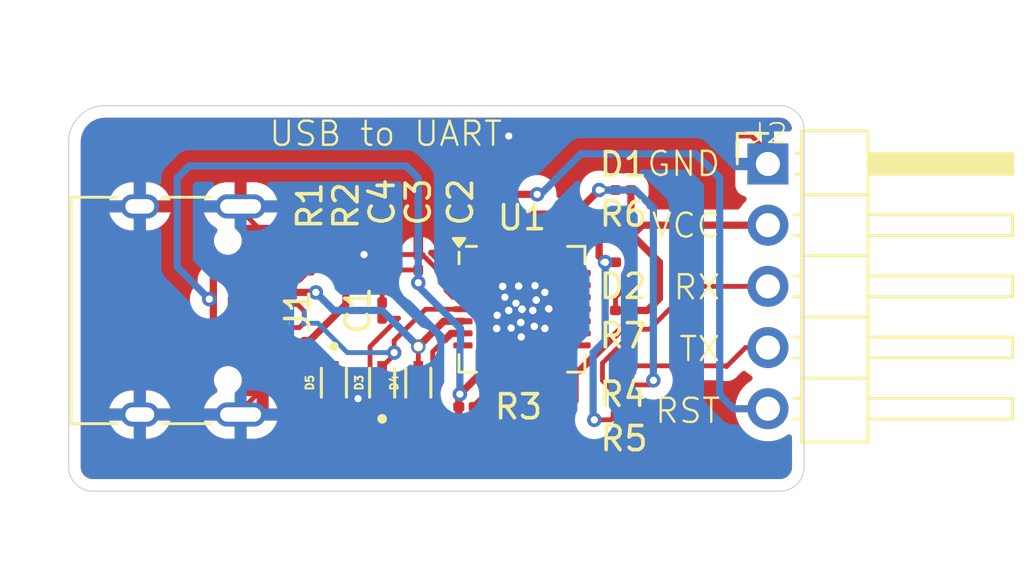
<source format=kicad_pcb>
(kicad_pcb (version 20241229) (generator "pcbnew") (generator_version "9.0")
  (layers (0 "F.Cu" signal) (2 "B.Cu" signal) (13 "F.Paste" user) (15 "B.Paste" user) (5 "F.SilkS" user "F.Silkscreen") (7 "B.SilkS" user "B.Silkscreen") (1 "F.Mask" user) (3 "B.Mask" user) (25 "Edge.Cuts" user))
  (net 0 "")
  (net 1 "GND")
  (net 2 "Net-(U1-VDD)")
  (net 3 "Net-(U1-~{DTR})")
  (net 4 "/RST")
  (net 5 "/VBUS")
  (net 6 "Net-(D1-A)")
  (net 7 "Net-(D1-K)")
  (net 8 "Net-(D2-K)")
  (net 9 "Net-(D2-A)")
  (net 10 "/D+")
  (net 11 "/D-")
  (net 13 "Net-(J1-CC1)")
  (net 15 "Net-(J1-CC2)")
  (net 16 "/TX")
  (net 17 "/RX")
  (net 18 "Net-(U1-~{RST})")
  (footprint "Resistor_SMD:R_0201_0603Metric" (layer "F.Cu") (at 126 97.5 180)
    (property "Reference" "R7" (at 0 -1.05 0) (layer "F.SilkS"))
    (property "Value" "1K")
    (pad "1" smd roundrect (at -0.32 0 180) (size 0.46 0.4) (layers "F.Cu" "F.Mask") (net 5 "/VBUS"))
    (pad "2" smd roundrect (at 0.32 0 180) (size 0.46 0.4) (layers "F.Cu" "F.Mask") (net 9 "Net-(D2-A)"))
  )
  (footprint "LED_SMD:LED_0201_0603Metric" (layer "F.Cu") (at 126 95.5)
    (property "Reference" "D2" (at 0 1 0) (layer "F.SilkS"))
    (property "Value" "LED")
    (fp_circle (center -0.86 0) (end -0.81 0) (stroke (width 0.1)) (fill no) (layer "F.SilkS"))
    (pad "1" smd roundrect (at -0.32 0) (size 0.46 0.4) (layers "F.Cu" "F.Mask") (net 8 "Net-(D2-K)"))
    (pad "2" smd roundrect (at 0.32 0) (size 0.46 0.4) (layers "F.Cu" "F.Mask") (net 9 "Net-(D2-A)"))
  )
  (footprint "Capacitor_SMD:C_0201_0603Metric" (layer "F.Cu") (at 116 97.5 -90)
    (property "Reference" "C1" (at 0 1 90) (layer "F.SilkS"))
    (property "Value" "100nF")
    (pad "1" smd roundrect (at -0.32 0 270) (size 0.46 0.4) (layers "F.Cu" "F.Mask") (net 1 "GND"))
    (pad "2" smd roundrect (at 0.32 0 270) (size 0.46 0.4) (layers "F.Cu" "F.Mask") (net 2 "Net-(U1-VDD)"))
  )
  (footprint "Resistor_SMD:R_0201_0603Metric" (layer "F.Cu") (at 113 95.5 90)
    (property "Reference" "R1" (at 2.345 0 90) (layer "F.SilkS"))
    (property "Value" "5.1K")
    (pad "1" smd roundrect (at -0.32 0 90) (size 0.46 0.4) (layers "F.Cu" "F.Mask") (net 13 "Net-(J1-CC1)"))
    (pad "2" smd roundrect (at 0.32 0 90) (size 0.46 0.4) (layers "F.Cu" "F.Mask") (net 1 "GND"))
  )
  (footprint "Resistor_SMD:R_0201_0603Metric" (layer "F.Cu") (at 126.03 101.82 180)
    (property "Reference" "R5" (at 0 -1 0) (layer "F.SilkS"))
    (property "Value" "1K")
    (pad "1" smd roundrect (at -0.32 0 180) (size 0.46 0.4) (layers "F.Cu" "F.Mask") (net 17 "/RX"))
    (pad "2" smd roundrect (at 0.32 0 180) (size 0.46 0.4) (layers "F.Cu" "F.Mask") (net 8 "Net-(D2-K)"))
  )
  (footprint "Resistor_SMD:R_0201_0603Metric" (layer "F.Cu") (at 125.99 99.98 180)
    (property "Reference" "R4" (at 0 -1 0) (layer "F.SilkS"))
    (property "Value" "1K")
    (pad "1" smd roundrect (at -0.32 0 180) (size 0.46 0.4) (layers "F.Cu" "F.Mask") (net 16 "/TX"))
    (pad "2" smd roundrect (at 0.32 0 180) (size 0.46 0.4) (layers "F.Cu" "F.Mask") (net 7 "Net-(D1-K)"))
  )
  (footprint "LESD5D5.0CT1G:TVS_LESD5D5.0CT1G" (layer "F.Cu") (at 117.5 100.5 -90)
    (property "Reference" "D4" (at 0 1 90) (layer "F.SilkS") (effects (font (size 0.32 0.32))))
    (property "Value" "LESD5D5.0CT1G")
    (fp_line (start 0.6 0.52) (end -0.6 0.52) (stroke (width 0.127)) (layer "F.SilkS"))
    (fp_line (start -0.6 -0.52) (end 0.6 -0.52) (stroke (width 0.127)) (layer "F.SilkS"))
    (fp_circle (center -1.5 0) (end -1.4 0) (stroke (width 0.2)) (fill no) (layer "F.SilkS"))
    (pad "1" smd rect (at -0.66 0 270) (size 0.48 0.4) (layers "F.Cu" "F.Mask" "F.Paste") (net 11 "/D-"))
    (pad "2" smd rect (at 0.66 0 270) (size 0.48 0.4) (layers "F.Cu" "F.Mask" "F.Paste") (net 1 "GND"))
  )
  (footprint "Capacitor_SMD:C_0201_0603Metric" (layer "F.Cu") (at 117.5 95.5 90)
    (property "Reference" "C3" (at 2.5 0 90) (layer "F.SilkS"))
    (property "Value" "100nF")
    (pad "1" smd roundrect (at -0.32 0 90) (size 0.46 0.4) (layers "F.Cu" "F.Mask") (net 5 "/VBUS"))
    (pad "2" smd roundrect (at 0.32 0 90) (size 0.46 0.4) (layers "F.Cu" "F.Mask") (net 1 "GND"))
  )
  (footprint "Package_DFN_QFN:QFN-28-1EP_5x5mm_P0.5mm_EP3.35x3.35mm" (layer "F.Cu") (at 121.8 97.45)
    (property "Reference" "U1" (at 0 -3.8 0) (layer "F.SilkS"))
    (property "Value" "CP2102N-Axx-xQFN28")
    (fp_line (start -2.61 -1.885) (end -2.61 -2.37) (stroke (width 0.12)) (layer "F.SilkS"))
    (fp_line (start -2.61 2.61) (end -2.61 1.885) (stroke (width 0.12)) (layer "F.SilkS"))
    (fp_line (start -1.885 -2.61) (end -2.31 -2.61) (stroke (width 0.12)) (layer "F.SilkS"))
    (fp_line (start -1.885 2.61) (end -2.61 2.61) (stroke (width 0.12)) (layer "F.SilkS"))
    (fp_line (start 1.885 -2.61) (end 2.61 -2.61) (stroke (width 0.12)) (layer "F.SilkS"))
    (fp_line (start 1.885 2.61) (end 2.61 2.61) (stroke (width 0.12)) (layer "F.SilkS"))
    (fp_line (start 2.61 -2.61) (end 2.61 -1.885) (stroke (width 0.12)) (layer "F.SilkS"))
    (fp_line (start 2.61 2.61) (end 2.61 1.885) (stroke (width 0.12)) (layer "F.SilkS"))
    (fp_poly (pts (xy -2.61 -2.61) (xy -2.85 -2.94) (xy -2.37 -2.94)) (stroke (width 0.12)) (fill yes) (layer "F.SilkS"))
    (pad "1" smd roundrect (at -2.45 -1.5) (size 0.8 0.25) (layers "F.Cu" "F.Mask" "F.Paste"))
    (pad "2" smd roundrect (at -2.45 -1) (size 0.8 0.25) (layers "F.Cu" "F.Mask" "F.Paste"))
    (pad "3" smd roundrect (at -2.45 -0.5) (size 0.8 0.25) (layers "F.Cu" "F.Mask" "F.Paste") (net 1 "GND"))
    (pad "4" smd roundrect (at -2.45 0) (size 0.8 0.25) (layers "F.Cu" "F.Mask" "F.Paste") (net 10 "/D+"))
    (pad "5" smd roundrect (at -2.45 0.5) (size 0.8 0.25) (layers "F.Cu" "F.Mask" "F.Paste") (net 11 "/D-"))
    (pad "6" smd roundrect (at -2.45 1) (size 0.8 0.25) (layers "F.Cu" "F.Mask" "F.Paste") (net 2 "Net-(U1-VDD)"))
    (pad "7" smd roundrect (at -2.45 1.5) (size 0.8 0.25) (layers "F.Cu" "F.Mask" "F.Paste") (net 5 "/VBUS"))
    (pad "8" smd roundrect (at -1.5 2.45) (size 0.25 0.8) (layers "F.Cu" "F.Mask" "F.Paste") (net 5 "/VBUS"))
    (pad "9" smd roundrect (at -1 2.45) (size 0.25 0.8) (layers "F.Cu" "F.Mask" "F.Paste") (net 18 "Net-(U1-~{RST})"))
    (pad "10" smd roundrect (at -0.5 2.45) (size 0.25 0.8) (layers "F.Cu" "F.Mask" "F.Paste"))
    (pad "11" smd roundrect (at 0 2.45) (size 0.25 0.8) (layers "F.Cu" "F.Mask" "F.Paste"))
    (pad "12" smd roundrect (at 0.5 2.45) (size 0.25 0.8) (layers "F.Cu" "F.Mask" "F.Paste"))
    (pad "13" smd roundrect (at 1 2.45) (size 0.25 0.8) (layers "F.Cu" "F.Mask" "F.Paste"))
    (pad "14" smd roundrect (at 1.5 2.45) (size 0.25 0.8) (layers "F.Cu" "F.Mask" "F.Paste"))
    (pad "15" smd roundrect (at 2.45 1.5) (size 0.8 0.25) (layers "F.Cu" "F.Mask" "F.Paste"))
    (pad "16" smd roundrect (at 2.45 1) (size 0.8 0.25) (layers "F.Cu" "F.Mask" "F.Paste"))
    (pad "17" smd roundrect (at 2.45 0.5) (size 0.8 0.25) (layers "F.Cu" "F.Mask" "F.Paste"))
    (pad "18" smd roundrect (at 2.45 0) (size 0.8 0.25) (layers "F.Cu" "F.Mask" "F.Paste"))
    (pad "19" smd roundrect (at 2.45 -0.5) (size 0.8 0.25) (layers "F.Cu" "F.Mask" "F.Paste"))
    (pad "20" smd roundrect (at 2.45 -1) (size 0.8 0.25) (layers "F.Cu" "F.Mask" "F.Paste"))
    (pad "21" smd roundrect (at 2.45 -1.5) (size 0.8 0.25) (layers "F.Cu" "F.Mask" "F.Paste"))
    (pad "22" smd roundrect (at 1.5 -2.45) (size 0.25 0.8) (layers "F.Cu" "F.Mask" "F.Paste"))
    (pad "23" smd roundrect (at 1 -2.45) (size 0.25 0.8) (layers "F.Cu" "F.Mask" "F.Paste"))
    (pad "24" smd roundrect (at 0.5 -2.45) (size 0.25 0.8) (layers "F.Cu" "F.Mask" "F.Paste"))
    (pad "25" smd roundrect (at 0 -2.45) (size 0.25 0.8) (layers "F.Cu" "F.Mask" "F.Paste") (net 8 "Net-(D2-K)"))
    (pad "26" smd roundrect (at -0.5 -2.45) (size 0.25 0.8) (layers "F.Cu" "F.Mask" "F.Paste") (net 7 "Net-(D1-K)"))
    (pad "27" smd roundrect (at -1 -2.45) (size 0.25 0.8) (layers "F.Cu" "F.Mask" "F.Paste"))
    (pad "28" smd roundrect (at -1.5 -2.45) (size 0.25 0.8) (layers "F.Cu" "F.Mask" "F.Paste") (net 3 "Net-(U1-~{DTR})"))
    (pad "29" smd rect (at 0 0) (size 3.35 3.35) (property pad_prop_heatsink) (layers "F.Cu" "F.Mask") (net 1 "GND"))
  )
  (footprint "LED_SMD:LED_0201_0603Metric" (layer "F.Cu") (at 126 92.5)
    (property "Reference" "D1" (at 0 -1.05 0) (layer "F.SilkS"))
    (property "Value" "LED")
    (fp_circle (center -0.86 0) (end -0.81 0) (stroke (width 0.1)) (fill no) (layer "F.SilkS"))
    (pad "1" smd roundrect (at -0.32 0) (size 0.46 0.4) (layers "F.Cu" "F.Mask") (net 7 "Net-(D1-K)"))
    (pad "2" smd roundrect (at 0.32 0) (size 0.46 0.4) (layers "F.Cu" "F.Mask") (net 6 "Net-(D1-A)"))
  )
  (footprint "Resistor_SMD:R_0201_0603Metric" (layer "F.Cu") (at 119.5 101.5)
    (property "Reference" "R3" (at 2.155 0 0) (layer "F.SilkS"))
    (property "Value" "10K")
    (pad "1" smd roundrect (at -0.32 0) (size 0.46 0.4) (layers "F.Cu" "F.Mask") (net 5 "/VBUS"))
    (pad "2" smd roundrect (at 0.32 0) (size 0.46 0.4) (layers "F.Cu" "F.Mask") (net 18 "Net-(U1-~{RST})"))
  )
  (footprint "Resistor_SMD:R_0201_0603Metric" (layer "F.Cu") (at 114.5 95.5 90)
    (property "Reference" "R2" (at 2.345 0 90) (layer "F.SilkS"))
    (property "Value" "5.1K")
    (pad "1" smd roundrect (at -0.32 0 90) (size 0.46 0.4) (layers "F.Cu" "F.Mask") (net 15 "Net-(J1-CC2)"))
    (pad "2" smd roundrect (at 0.32 0 90) (size 0.46 0.4) (layers "F.Cu" "F.Mask") (net 1 "GND"))
  )
  (footprint "Capacitor_SMD:C_0201_0603Metric" (layer "F.Cu") (at 120.25 93 -90)
    (property "Reference" "C2" (at 0 1 90) (layer "F.SilkS"))
    (property "Value" "100nF")
    (pad "1" smd roundrect (at -0.32 0 270) (size 0.46 0.4) (layers "F.Cu" "F.Mask") (net 4 "/RST"))
    (pad "2" smd roundrect (at 0.32 0 270) (size 0.46 0.4) (layers "F.Cu" "F.Mask") (net 3 "Net-(U1-~{DTR})"))
  )
  (footprint "Connector_USB:USB_C_Receptacle_HRO_TYPE-C-31-M-12" (layer "F.Cu") (at 107 97.5 -90)
    (property "Reference" "J1" (at 0 -5.5 90) (layer "F.SilkS"))
    (property "Value" "USB_C_Receptacle_USB2.0_16P")
    (fp_line (start -4.7 3.9) (end 4.7 3.9) (stroke (width 0.12)) (layer "F.SilkS"))
    (fp_line (start -4.7 2) (end -4.7 3.9) (stroke (width 0.12)) (layer "F.SilkS"))
    (fp_line (start 4.7 2) (end 4.7 3.9) (stroke (width 0.12)) (layer "F.SilkS"))
    (fp_line (start -4.7 -1.9) (end -4.7 0.1) (stroke (width 0.12)) (layer "F.SilkS"))
    (fp_line (start 4.7 -1.9) (end 4.7 0.1) (stroke (width 0.12)) (layer "F.SilkS"))
    (pad "" np_thru_hole circle (at -2.89 -2.6 270) (size 0.65 0.65) (drill 0.65) (layers "*.Cu" "*.Mask"))
    (pad "" np_thru_hole circle (at 2.89 -2.6 270) (size 0.65 0.65) (drill 0.65) (layers "*.Cu" "*.Mask"))
    (pad "A1" smd rect (at -3.25 -4.045 270) (size 0.6 1.45) (layers "F.Cu" "F.Mask" "F.Paste") (net 1 "GND"))
    (pad "A4" smd rect (at -2.45 -4.045 270) (size 0.6 1.45) (layers "F.Cu" "F.Mask" "F.Paste") (net 5 "/VBUS"))
    (pad "A5" smd rect (at -1.25 -4.045 270) (size 0.3 1.45) (layers "F.Cu" "F.Mask" "F.Paste") (net 13 "Net-(J1-CC1)"))
    (pad "A6" smd rect (at -0.25 -4.045 270) (size 0.3 1.45) (layers "F.Cu" "F.Mask" "F.Paste") (net 10 "/D+"))
    (pad "A7" smd rect (at 0.25 -4.045 270) (size 0.3 1.45) (layers "F.Cu" "F.Mask" "F.Paste") (net 11 "/D-"))
    (pad "A8" smd rect (at 1.25 -4.045 270) (size 0.3 1.45) (layers "F.Cu" "F.Mask" "F.Paste"))
    (pad "A9" smd rect (at 2.45 -4.045 270) (size 0.6 1.45) (layers "F.Cu" "F.Mask" "F.Paste") (net 5 "/VBUS"))
    (pad "A12" smd rect (at 3.25 -4.045 270) (size 0.6 1.45) (layers "F.Cu" "F.Mask" "F.Paste") (net 1 "GND"))
    (pad "B1" smd rect (at 3.25 -4.045 270) (size 0.6 1.45) (layers "F.Cu" "F.Mask" "F.Paste") (net 1 "GND"))
    (pad "B4" smd rect (at 2.45 -4.045 270) (size 0.6 1.45) (layers "F.Cu" "F.Mask" "F.Paste") (net 5 "/VBUS"))
    (pad "B5" smd rect (at 1.75 -4.045 270) (size 0.3 1.45) (layers "F.Cu" "F.Mask" "F.Paste") (net 15 "Net-(J1-CC2)"))
    (pad "B6" smd rect (at 0.75 -4.045 270) (size 0.3 1.45) (layers "F.Cu" "F.Mask" "F.Paste") (net 10 "/D+"))
    (pad "B7" smd rect (at -0.75 -4.045 270) (size 0.3 1.45) (layers "F.Cu" "F.Mask" "F.Paste") (net 11 "/D-"))
    (pad "B8" smd rect (at -1.75 -4.045 270) (size 0.3 1.45) (layers "F.Cu" "F.Mask" "F.Paste"))
    (pad "B9" smd rect (at -2.45 -4.045 270) (size 0.6 1.45) (layers "F.Cu" "F.Mask" "F.Paste") (net 5 "/VBUS"))
    (pad "B12" smd rect (at -3.25 -4.045 270) (size 0.6 1.45) (layers "F.Cu" "F.Mask" "F.Paste") (net 1 "GND"))
    (pad "S1" thru_hole oval (at -4.32 -3.13 270) (size 1 2.1) (drill oval 0.6 1.7) (property pad_prop_heatsink) (layers "*.Cu" "*.Mask") (net 1 "GND"))
    (pad "S1" thru_hole oval (at -4.32 1.05 270) (size 1 1.6) (drill oval 0.6 1.2) (property pad_prop_heatsink) (layers "*.Cu" "*.Mask") (net 1 "GND"))
    (pad "S1" thru_hole oval (at 4.32 -3.13 270) (size 1 2.1) (drill oval 0.6 1.7) (property pad_prop_heatsink) (layers "*.Cu" "*.Mask") (net 1 "GND"))
    (pad "S1" thru_hole oval (at 4.32 1.05 270) (size 1 1.6) (drill oval 0.6 1.2) (property pad_prop_heatsink) (layers "*.Cu" "*.Mask") (net 1 "GND"))
  )
  (footprint "Capacitor_SMD:C_0201_0603Metric" (layer "F.Cu") (at 116 95.5 90)
    (property "Reference" "C4" (at 2.5 0 90) (layer "F.SilkS"))
    (property "Value" "100nF")
    (pad "1" smd roundrect (at -0.32 0 90) (size 0.46 0.4) (layers "F.Cu" "F.Mask") (net 5 "/VBUS"))
    (pad "2" smd roundrect (at 0.32 0 90) (size 0.46 0.4) (layers "F.Cu" "F.Mask") (net 1 "GND"))
  )
  (footprint "Connector_PinHeader_2.54mm:PinHeader_1x05_P2.54mm_Horizontal" (layer "F.Cu") (at 132 91.42)
    (property "Reference" "J2" (at 0 -1.27 0) (layer "F.SilkS") (effects (font (size 0.8 1) (thickness 0.075))))
    (property "Value" "Conn_01x05_Pin")
    (fp_line (start -1.27 -1.27) (end 0 -1.27) (stroke (width 0.12)) (layer "F.SilkS"))
    (fp_line (start -1.27 0) (end -1.27 -1.27) (stroke (width 0.12)) (layer "F.SilkS"))
    (fp_line (start 1.077358 2.11) (end 1.39 2.11) (stroke (width 0.12)) (layer "F.SilkS"))
    (fp_line (start 1.077358 2.97) (end 1.39 2.97) (stroke (width 0.12)) (layer "F.SilkS"))
    (fp_line (start 1.077358 4.65) (end 1.39 4.65) (stroke (width 0.12)) (layer "F.SilkS"))
    (fp_line (start 1.077358 5.51) (end 1.39 5.51) (stroke (width 0.12)) (layer "F.SilkS"))
    (fp_line (start 1.077358 7.19) (end 1.39 7.19) (stroke (width 0.12)) (layer "F.SilkS"))
    (fp_line (start 1.077358 8.05) (end 1.39 8.05) (stroke (width 0.12)) (layer "F.SilkS"))
    (fp_line (start 1.077358 9.73) (end 1.39 9.73) (stroke (width 0.12)) (layer "F.SilkS"))
    (fp_line (start 1.077358 10.59) (end 1.39 10.59) (stroke (width 0.12)) (layer "F.SilkS"))
    (fp_line (start 1.16 -0.43) (end 1.39 -0.43) (stroke (width 0.12)) (layer "F.SilkS"))
    (fp_line (start 1.16 0.43) (end 1.39 0.43) (stroke (width 0.12)) (layer "F.SilkS"))
    (fp_line (start 1.39 -1.38) (end 1.39 11.54) (stroke (width 0.12)) (layer "F.SilkS"))
    (fp_line (start 1.39 1.27) (end 4.15 1.27) (stroke (width 0.12)) (layer "F.SilkS"))
    (fp_line (start 1.39 3.81) (end 4.15 3.81) (stroke (width 0.12)) (layer "F.SilkS"))
    (fp_line (start 1.39 6.35) (end 4.15 6.35) (stroke (width 0.12)) (layer "F.SilkS"))
    (fp_line (start 1.39 8.89) (end 4.15 8.89) (stroke (width 0.12)) (layer "F.SilkS"))
    (fp_line (start 1.39 11.54) (end 4.15 11.54) (stroke (width 0.12)) (layer "F.SilkS"))
    (fp_line (start 4.15 -1.38) (end 1.39 -1.38) (stroke (width 0.12)) (layer "F.SilkS"))
    (fp_line (start 4.15 2.11) (end 10.15 2.11) (stroke (width 0.12)) (layer "F.SilkS"))
    (fp_line (start 4.15 4.65) (end 10.15 4.65) (stroke (width 0.12)) (layer "F.SilkS"))
    (fp_line (start 4.15 7.19) (end 10.15 7.19) (stroke (width 0.12)) (layer "F.SilkS"))
    (fp_line (start 4.15 9.73) (end 10.15 9.73) (stroke (width 0.12)) (layer "F.SilkS"))
    (fp_line (start 4.15 11.54) (end 4.15 -1.38) (stroke (width 0.12)) (layer "F.SilkS"))
    (fp_line (start 10.15 2.11) (end 10.15 2.97) (stroke (width 0.12)) (layer "F.SilkS"))
    (fp_line (start 10.15 2.97) (end 4.15 2.97) (stroke (width 0.12)) (layer "F.SilkS"))
    (fp_line (start 10.15 4.65) (end 10.15 5.51) (stroke (width 0.12)) (layer "F.SilkS"))
    (fp_line (start 10.15 5.51) (end 4.15 5.51) (stroke (width 0.12)) (layer "F.SilkS"))
    (fp_line (start 10.15 7.19) (end 10.15 8.05) (stroke (width 0.12)) (layer "F.SilkS"))
    (fp_line (start 10.15 8.05) (end 4.15 8.05) (stroke (width 0.12)) (layer "F.SilkS"))
    (fp_line (start 10.15 9.73) (end 10.15 10.59) (stroke (width 0.12)) (layer "F.SilkS"))
    (fp_line (start 10.15 10.59) (end 4.15 10.59) (stroke (width 0.12)) (layer "F.SilkS"))
    (fp_rect (start 4.15 -0.43) (end 10.15 0.43) (stroke (width 0.12)) (fill yes) (layer "F.SilkS"))
    (pad "1" thru_hole rect (at 0 0) (size 1.7 1.7) (drill 1) (layers "*.Cu" "*.Mask") (net 1 "GND"))
    (pad "2" thru_hole circle (at 0 2.54) (size 1.7 1.7) (drill 1) (layers "*.Cu" "*.Mask") (net 5 "/VBUS"))
    (pad "3" thru_hole circle (at 0 5.08) (size 1.7 1.7) (drill 1) (layers "*.Cu" "*.Mask") (net 17 "/RX"))
    (pad "4" thru_hole circle (at 0 7.62) (size 1.7 1.7) (drill 1) (layers "*.Cu" "*.Mask") (net 16 "/TX"))
    (pad "5" thru_hole circle (at 0 10.16) (size 1.7 1.7) (drill 1) (layers "*.Cu" "*.Mask") (net 4 "/RST"))
  )
  (footprint "LESD5D5.0CT1G:TVS_LESD5D5.0CT1G" (layer "F.Cu") (at 114 100.5 -90)
    (property "Reference" "D5" (at 0 1 90) (layer "F.SilkS") (effects (font (size 0.32 0.32))))
    (property "Value" "LESD5D5.0CT1G")
    (fp_line (start 0.6 0.52) (end -0.6 0.52) (stroke (width 0.127)) (layer "F.SilkS"))
    (fp_line (start -0.6 -0.52) (end 0.6 -0.52) (stroke (width 0.127)) (layer "F.SilkS"))
    (fp_circle (center -1.5 0) (end -1.4 0) (stroke (width 0.2)) (fill no) (layer "F.SilkS"))
    (pad "1" smd rect (at -0.66 0 270) (size 0.48 0.4) (layers "F.Cu" "F.Mask" "F.Paste") (net 5 "/VBUS"))
    (pad "2" smd rect (at 0.66 0 270) (size 0.48 0.4) (layers "F.Cu" "F.Mask" "F.Paste") (net 1 "GND"))
  )
  (footprint "Resistor_SMD:R_0201_0603Metric" (layer "F.Cu") (at 126 94.5 180)
    (property "Reference" "R6" (at 0 1 0) (layer "F.SilkS"))
    (property "Value" "1K")
    (pad "1" smd roundrect (at -0.32 0 180) (size 0.46 0.4) (layers "F.Cu" "F.Mask") (net 5 "/VBUS"))
    (pad "2" smd roundrect (at 0.32 0 180) (size 0.46 0.4) (layers "F.Cu" "F.Mask") (net 6 "Net-(D1-A)"))
  )
  (footprint "LESD5D5.0CT1G:TVS_LESD5D5.0CT1G" (layer "F.Cu") (at 116 100.5 90)
    (property "Reference" "D3" (at 0 -0.9532 90) (layer "F.SilkS") (effects (font (size 0.32 0.32))))
    (property "Value" "LESD5D5.0CT1G")
    (fp_line (start -0.6 -0.52) (end 0.6 -0.52) (stroke (width 0.127)) (layer "F.SilkS"))
    (fp_line (start 0.6 0.52) (end -0.6 0.52) (stroke (width 0.127)) (layer "F.SilkS"))
    (fp_circle (center -1.5 0) (end -1.4 0) (stroke (width 0.2)) (fill no) (layer "F.SilkS"))
    (pad "1" smd rect (at -0.66 0 90) (size 0.48 0.4) (layers "F.Cu" "F.Mask" "F.Paste") (net 1 "GND"))
    (pad "2" smd rect (at 0.66 0 90) (size 0.48 0.4) (layers "F.Cu" "F.Mask" "F.Paste") (net 10 "/D+"))
  )
  (gr_arc (start 132.5 89) (mid 133.207107 89.292893) (end 133.5 90) (stroke (width 0.05)) (layer "Edge.Cuts"))
  (gr_line (start 104.5 89) (end 132.5 89) (stroke (width 0.05)) (layer "Edge.Cuts"))
  (gr_line (start 104 105) (end 132.5 105) (stroke (width 0.05)) (layer "Edge.Cuts"))
  (gr_line (start 133.5 104) (end 133.5 90) (stroke (width 0.05)) (layer "Edge.Cuts"))
  (gr_arc (start 103 90.5) (mid 103.43934 89.43934) (end 104.5 89) (stroke (width 0.05)) (layer "Edge.Cuts"))
  (gr_arc (start 104 105) (mid 103.292893 104.707107) (end 103 104) (stroke (width 0.05)) (layer "Edge.Cuts"))
  (gr_line (start 103 104) (end 103 90.5) (stroke (width 0.05)) (layer "Edge.Cuts"))
  (gr_arc (start 133.5 104) (mid 133.207107 104.707107) (end 132.5 105) (stroke (width 0.05)) (layer "Edge.Cuts"))
  (gr_text "RST" (at 127.25 102.25 0) (layer "F.SilkS") (effects (font (size 1 1) (thickness 0.1)) (justify left bottom)))
  (gr_text "USB to UART" (at 111.25 90.75 0) (layer "F.SilkS") (effects (font (size 1 1) (thickness 0.1)) (justify left bottom)))
  (gr_text "TX" (at 128.25 99.6875 0) (layer "F.SilkS") (effects (font (size 1 1) (thickness 0.1)) (justify left bottom)))
  (gr_text "VCC" (at 127.107143 94.5625 0) (layer "F.SilkS") (effects (font (size 1 1) (thickness 0.1)) (justify left bottom)))
  (gr_text "RX" (at 128.011905 97.125 0) (layer "F.SilkS") (effects (font (size 1 1) (thickness 0.1)) (justify left bottom)))
  (gr_text "GND" (at 126.916667 92 0) (layer "F.SilkS") (effects (font (size 1 1) (thickness 0.1)) (justify left bottom)))
  (segment (start 115 101.16) (end 114 101.16) (width 0.2) (layer "F.Cu") (net 1))
  (segment (start 132 90.94) (end 131.32 90.26) (width 0.2) (layer "F.Cu") (net 1))
  (segment (start 113 95.18) (end 115.25 95.18) (width 0.2) (layer "F.Cu") (net 1))
  (segment (start 115.25 96) (end 116 96.75) (width 0.2) (layer "F.Cu") (net 1))
  (segment (start 121.71 97.36) (end 121.8 97.45) (width 0.2) (layer "F.Cu") (net 1))
  (segment (start 118.649 96.164798) (end 118.649 96.664798) (width 0.2) (layer "F.Cu") (net 1))
  (segment (start 121.09 96.95) (end 121.3 96.95) (width 0.2) (layer "F.Cu") (net 1))
  (segment (start 117.5 95.18) (end 117.699999 95.18) (width 0.2) (layer "F.Cu") (net 1))
  (segment (start 117.5 101.16) (end 116 101.16) (width 0.2) (layer "F.Cu") (net 1))
  (segment (start 121.55 97.2) (end 121.71 97.36) (width 0.2) (layer "F.Cu") (net 1))
  (segment (start 118.649 96.664798) (end 118.934202 96.95) (width 0.2) (layer "F.Cu") (net 1))
  (segment (start 131.32 90.26) (end 121.25 90.26) (width 0.2) (layer "F.Cu") (net 1))
  (segment (start 112.25 100.75) (end 112.66 101.16) (width 0.2) (layer "F.Cu") (net 1))
  (segment (start 115.25 95.18) (end 117.5 95.18) (width 0.2) (layer "F.Cu") (net 1))
  (segment (start 105.95 93.18) (end 109.975 93.18) (width 0.2) (layer "F.Cu") (net 1))
  (segment (start 121.25 90.26) (end 118.47 90.26) (width 0.2) (layer "F.Cu") (net 1))
  (segment (start 116 101.16) (end 115 101.16) (width 0.2) (layer "F.Cu") (net 1))
  (segment (start 118.934202 96.95) (end 119.35 96.95) (width 0.2) (layer "F.Cu") (net 1))
  (segment (start 111.045 100.75) (end 112.25 100.75) (width 0.2) (layer "F.Cu") (net 1))
  (segment (start 115 101.16) (end 114.75 101.16) (width 0.2) (layer "F.Cu") (net 1))
  (segment (start 105.95 101.82) (end 110.13 101.82) (width 0.2) (layer "F.Cu") (net 1))
  (segment (start 117.5 91.23) (end 117.5 95.18) (width 0.2) (layer "F.Cu") (net 1))
  (segment (start 121.3 96.95) (end 121.55 97.2) (width 0.2) (layer "F.Cu") (net 1))
  (segment (start 132 91.42) (end 132 90.94) (width 0.2) (layer "F.Cu") (net 1))
  (segment (start 115.25 95.18) (end 115.25 96) (width 0.2) (layer "F.Cu") (net 1))
  (segment (start 109.975 93.18) (end 111.045 94.25) (width 0.2) (layer "F.Cu") (net 1))
  (segment (start 117.664202 95.18) (end 118.649 96.164798) (width 0.2) (layer "F.Cu") (net 1))
  (segment (start 117.5 95.18) (end 117.664202 95.18) (width 0.2) (layer "F.Cu") (net 1))
  (segment (start 112.66 101.16) (end 114 101.16) (width 0.2) (layer "F.Cu") (net 1))
  (segment (start 111.045 94.25) (end 112.07 94.25) (width 0.2) (layer "F.Cu") (net 1))
  (segment (start 110.13 101.82) (end 110.13 101.665) (width 0.2) (layer "F.Cu") (net 1))
  (segment (start 110.13 101.665) (end 111.045 100.75) (width 0.2) (layer "F.Cu") (net 1))
  (segment (start 118.47 90.26) (end 117.5 91.23) (width 0.2) (layer "F.Cu") (net 1))
  (segment (start 119.35 96.95) (end 121.09 96.95) (width 0.2) (layer "F.Cu") (net 1))
  (segment (start 116 96.75) (end 116 97.18) (width 0.2) (layer "F.Cu") (net 1))
  (segment (start 112.07 94.25) (end 113 95.18) (width 0.2) (layer "F.Cu") (net 1))
  (via (at 121.35 98.23) (size 0.6) (drill 0.3) (layers "F.Cu" "B.Cu") (net 1))
  (via (at 121.8 97.45) (size 0.6) (drill 0.3) (layers "F.Cu" "B.Cu") (net 1))
  (via (at 122.39 97.07) (size 0.6) (drill 0.3) (layers "F.Cu" "B.Cu") (net 1))
  (via (at 121.55 97.2) (size 0.6) (drill 0.3) (layers "F.Cu" "B.Cu") (net 1))
  (via (at 121.8 97.45) (size 0.6) (drill 0.3) (layers "F.Cu" "B.Cu") (net 1))
  (via (at 121.75 98) (size 0.6) (drill 0.3) (layers "F.Cu" "B.Cu") (net 1))
  (via (at 121.35 98.23) (size 0.6) (drill 0.3) (layers "F.Cu" "B.Cu") (net 1))
  (via (at 121 96.5) (size 0.6) (drill 0.3) (layers "F.Cu" "B.Cu") (net 1))
  (via (at 121.66 96.49) (size 0.6) (drill 0.3) (layers "F.Cu" "B.Cu") (net 1))
  (via (at 121.8 97.45) (size 0.6) (drill 0.3) (layers "F.Cu" "B.Cu") (net 1))
  (via (at 122.75 98.25) (size 0.6) (drill 0.3) (layers "F.Cu" "B.Cu") (net 1))
  (via (at 122.91 97.43) (size 0.6) (drill 0.3) (layers "F.Cu" "B.Cu") (net 1))
  (via (at 122.34 96.47) (size 0.6) (drill 0.3) (layers "F.Cu" "B.Cu") (net 1))
  (via (at 121.8 97.45) (size 0.6) (drill 0.3) (layers "F.Cu" "B.Cu") (net 1))
  (via (at 121 96.5) (size 0.6) (drill 0.3) (layers "F.Cu" "B.Cu") (net 1))
  (via (at 121.25 97.5) (size 0.6) (drill 0.3) (layers "F.Cu" "B.Cu") (net 1))
  (via (at 121.66 96.49) (size 0.6) (drill 0.3) (layers "F.Cu" "B.Cu") (net 1))
  (via (at 121.77 98.6) (size 0.6) (drill 0.3) (layers "F.Cu" "B.Cu") (net 1))
  (via (at 121.25 90.26) (size 0.6) (drill 0.3) (layers "F.Cu" "B.Cu") (net 1))
  (via (at 121.8 97.45) (size 0.6) (drill 0.3) (layers "F.Cu" "B.Cu") (net 1))
  (via (at 121.8 97.45) (size 0.6) (drill 0.3) (layers "F.Cu" "B.Cu") (net 1))
  (via (at 115.25 95.18) (size 0.6) (drill 0.3) (layers "F.Cu" "B.Cu") (net 1))
  (via (at 122.91 97.43) (size 0.6) (drill 0.3) (layers "F.Cu" "B.Cu") (net 1))
  (via (at 122.39 97.07) (size 0.6) (drill 0.3) (layers "F.Cu" "B.Cu") (net 1))
  (via (at 121.8 97.45) (size 0.6) (drill 0.3) (layers "F.Cu" "B.Cu") (net 1))
  (via (at 121.75 98) (size 0.6) (drill 0.3) (layers "F.Cu" "B.Cu") (net 1))
  (via (at 121.8 97.45) (size 0.6) (drill 0.3) (layers "F.Cu" "B.Cu") (net 1))
  (via (at 121.8 97.45) (size 0.6) (drill 0.3) (layers "F.Cu" "B.Cu") (net 1))
  (via (at 122.34 96.47) (size 0.6) (drill 0.3) (layers "F.Cu" "B.Cu") (net 1))
  (via (at 122.75 96.75) (size 0.6) (drill 0.3) (layers "F.Cu" "B.Cu") (net 1))
  (via (at 121.8 97.45) (size 0.6) (drill 0.3) (layers "F.Cu" "B.Cu") (net 1))
  (via (at 122.75 98.25) (size 0.6) (drill 0.3) (layers "F.Cu" "B.Cu") (net 1))
  (via (at 121.66 96.49) (size 0.6) (drill 0.3) (layers "F.Cu" "B.Cu") (net 1))
  (via (at 120.77 97.7) (size 0.6) (drill 0.3) (layers "F.Cu" "B.Cu") (net 1))
  (via (at 120.75 98.25) (size 0.6) (drill 0.3) (layers "F.Cu" "B.Cu") (net 1))
  (via (at 122.31 98.16) (size 0.6) (drill 0.3) (layers "F.Cu" "B.Cu") (net 1))
  (via (at 122.75 98.25) (size 0.6) (drill 0.3) (layers "F.Cu" "B.Cu") (net 1))
  (via (at 121.25 97.5) (size 0.6) (drill 0.3) (layers "F.Cu" "B.Cu") (net 1))
  (via (at 120.77 97.7) (size 0.6) (drill 0.3) (layers "F.Cu" "B.Cu") (net 1))
  (via (at 121 96.5) (size 0.6) (drill 0.3) (layers "F.Cu" "B.Cu") (net 1))
  (via (at 121.25 97.5) (size 0.6) (drill 0.3) (layers "F.Cu" "B.Cu") (net 1))
  (via (at 121.8 97.45) (size 0.6) (drill 0.3) (layers "F.Cu" "B.Cu") (net 1))
  (via (at 122.75 98.25) (size 0.6) (drill 0.3) (layers "F.Cu" "B.Cu") (net 1))
  (via (at 122.25 97.5) (size 0.6) (drill 0.3) (layers "F.Cu" "B.Cu") (net 1))
  (via (at 121.75 98) (size 0.6) (drill 0.3) (layers "F.Cu" "B.Cu") (net 1))
  (via (at 121.77 98.6) (size 0.6) (drill 0.3) (layers "F.Cu" "B.Cu") (net 1))
  (via (at 122.31 98.16) (size 0.6) (drill 0.3) (layers "F.Cu" "B.Cu") (net 1))
  (via (at 122.39 97.07) (size 0.6) (drill 0.3) (layers "F.Cu" "B.Cu") (net 1))
  (via (at 120.75 98.25) (size 0.6) (drill 0.3) (layers "F.Cu" "B.Cu") (net 1))
  (via (at 115 101.16) (size 0.6) (drill 0.3) (layers "F.Cu" "B.Cu") (net 1))
  (via (at 121.8 97.45) (size 0.6) (drill 0.3) (layers "F.Cu" "B.Cu") (net 1))
  (via (at 121.75 98) (size 0.6) (drill 0.3) (layers "F.Cu" "B.Cu") (net 1))
  (via (at 121.09 96.95) (size 0.6) (drill 0.3) (layers "F.Cu" "B.Cu") (net 1))
  (via (at 121.75 98) (size 0.6) (drill 0.3) (layers "F.Cu" "B.Cu") (net 1))
  (via (at 122.75 96.75) (size 0.6) (drill 0.3) (layers "F.Cu" "B.Cu") (net 1))
  (via (at 122.25 97.5) (size 0.6) (drill 0.3) (layers "F.Cu" "B.Cu") (net 1))
  (via (at 122.25 97.5) (size 0.6) (drill 0.3) (layers "F.Cu" "B.Cu") (net 1))
  (via (at 121.8 97.45) (size 0.6) (drill 0.3) (layers "F.Cu" "B.Cu") (net 1))
  (via (at 121.8 97.45) (size 0.6) (drill 0.3) (layers "F.Cu" "B.Cu") (net 1))
  (via (at 122.91 97.43) (size 0.6) (drill 0.3) (layers "F.Cu" "B.Cu") (net 1))
  (via (at 120.75 98.25) (size 0.6) (drill 0.3) (layers "F.Cu" "B.Cu") (net 1))
  (via (at 121.8 97.45) (size 0.6) (drill 0.3) (layers "F.Cu" "B.Cu") (net 1))
  (via (at 121.8 97.45) (size 0.6) (drill 0.3) (layers "F.Cu" "B.Cu") (net 1))
  (via (at 121.75 98) (size 0.6) (drill 0.3) (layers "F.Cu" "B.Cu") (net 1))
  (via (at 121.8 97.45) (size 0.6) (drill 0.3) (layers "F.Cu" "B.Cu") (net 1))
  (via (at 121.66 96.49) (size 0.6) (drill 0.3) (layers "F.Cu" "B.Cu") (net 1))
  (via (at 121.25 97.5) (size 0.6) (drill 0.3) (layers "F.Cu" "B.Cu") (net 1))
  (via (at 122.31 98.16) (size 0.6) (drill 0.3) (layers "F.Cu" "B.Cu") (net 1))
  (via (at 121.8 97.45) (size 0.6) (drill 0.3) (layers "F.Cu" "B.Cu") (net 1))
  (segment (start 114.75 100.75) (end 114.5 100.5) (width 0.2) (layer "B.Cu") (net 1))
  (segment (start 115 101.16) (end 115 101) (width 0.2) (layer "B.Cu") (net 1))
  (segment (start 115 101) (end 114.75 100.75) (width 0.2) (layer "B.Cu") (net 1))
  (segment (start 112.25 96) (end 113 95.25) (width 0.2) (layer "B.Cu") (net 1))
  (segment (start 113 95.25) (end 115.25 95.25) (width 0.2) (layer "B.Cu") (net 1))
  (segment (start 114.5 100.5) (end 113.25 100.5) (width 0.2) (layer "B.Cu") (net 1))
  (segment (start 113.25 100.5) (end 112.25 99.5) (width 0.2) (layer "B.Cu") (net 1))
  (segment (start 112.25 99.5) (end 112.25 96) (width 0.2) (layer "B.Cu") (net 1))
  (segment (start 117.968 100.381) (end 118.099 100.25) (width 0.2) (layer "F.Cu") (net 2))
  (segment (start 118.099 99.21449) (end 118.599 98.71449) (width 0.2) (layer "F.Cu") (net 2))
  (segment (start 119.35 98.45) (end 118.86349 98.45) (width 0.3) (layer "F.Cu") (net 2))
  (segment (start 116 97.82) (end 116.68 97.82) (width 0.2) (layer "F.Cu") (net 2))
  (segment (start 116.68 97.82) (end 115.499 99.001) (width 0.2) (layer "F.Cu") (net 2))
  (segment (start 115.499 99.001) (end 115.499 100.381) (width 0.2) (layer "F.Cu") (net 2))
  (segment (start 118.86349 98.45) (end 118.599 98.71449) (width 0.3) (layer "F.Cu") (net 2))
  (segment (start 115.499 100.381) (end 117.968 100.381) (width 0.2) (layer "F.Cu") (net 2))
  (segment (start 118.099 100.25) (end 118.099 99.21449) (width 0.2) (layer "F.Cu") (net 2))
  (segment (start 120.25 93.32) (end 120.25 94.95) (width 0.3) (layer "F.Cu") (net 3))
  (segment (start 120.25 94.95) (end 120.3 95) (width 0.3) (layer "F.Cu") (net 3))
  (segment (start 120.25 92.68) (end 122.43 92.68) (width 0.3) (layer "F.Cu") (net 4))
  (via (at 122.43 92.68) (size 0.6) (drill 0.3) (layers "F.Cu" "B.Cu") (net 4))
  (segment (start 132 101.58) (end 131.83 101.75) (width 0.3) (layer "B.Cu") (net 4))
  (segment (start 122.43 92.68) (end 122.57 92.68) (width 0.3) (layer "B.Cu") (net 4))
  (segment (start 130 101) (end 130 92) (width 0.3) (layer "B.Cu") (net 4))
  (segment (start 124.25 91) (end 124.5 91) (width 0.3) (layer "B.Cu") (net 4))
  (segment (start 129 91) (end 124.25 91) (width 0.3) (layer "B.Cu") (net 4))
  (segment (start 130.58 101.58) (end 130 101) (width 0.3) (layer "B.Cu") (net 4))
  (segment (start 130 92) (end 129 91) (width 0.3) (layer "B.Cu") (net 4))
  (segment (start 132 101.58) (end 130.58 101.58) (width 0.3) (layer "B.Cu") (net 4))
  (segment (start 122.57 92.68) (end 124.25 91) (width 0.3) (layer "B.Cu") (net 4))
  (segment (start 109.969 99.751) (end 110.846 99.751) (width 0.3) (layer "F.Cu") (net 5))
  (segment (start 126.32 97.5) (end 127 97.5) (width 0.3) (layer "F.Cu") (net 5))
  (segment (start 110.846 99.751) (end 111.045 99.95) (width 0.3) (layer "F.Cu") (net 5))
  (segment (start 117.5 95.82) (end 116 95.82) (width 0.2) (layer "F.Cu") (net 5))
  (segment (start 126.32 94.5) (end 126.32 94.43) (width 0.3) (layer "F.Cu") (net 5))
  (segment (start 127.5 97) (end 127.5 95.5) (width 0.3) (layer "F.Cu") (net 5))
  (segment (start 124 101.25) (end 123 102.25) (width 0.3) (layer "F.Cu") (net 5))
  (segment (start 126.32 97.86651) (end 126.32 97.5) (width 0.3) (layer "F.Cu") (net 5))
  (segment (start 119.18 101.93) (end 119.18 101.5) (width 0.3) (layer "F.Cu") (net 5))
  (segment (start 117.5 95.82) (end 117.5 96.35) (width 0.2) (layer "F.Cu") (net 5))
  (segment (start 119.5 102.25) (end 119.18 101.93) (width 0.3) (layer "F.Cu") (net 5))
  (segment (start 126.79 93.96) (end 132 93.96) (width 0.3) (layer "F.Cu") (net 5))
  (segment (start 127 97.5) (end 127.5 97) (width 0.3) (layer "F.Cu") (net 5))
  (segment (start 124 100) (end 124 101.25) (width 0.3) (layer "F.Cu") (net 5))
  (segment (start 126.32 94.43) (end 126.79 93.96) (width 0.3) (layer "F.Cu") (net 5))
  (segment (start 119.18 101.02) (end 119.225 100.975) (width 0.3) (layer "F.Cu") (net 5))
  (segment (start 124.18651 100) (end 126.32 97.86651) (width 0.3) (layer "F.Cu") (net 5))
  (segment (start 127.5 95.5) (end 126.5 94.5) (width 0.3) (layer "F.Cu") (net 5))
  (segment (start 111.045 95.05) (end 110.186719 95.05) (width 0.3) (layer "F.Cu") (net 5))
  (segment (start 109 98.782) (end 109.969 99.751) (width 0.3) (layer "F.Cu") (net 5))
  (segment (start 113.05 99.95) (end 111.045 99.95) (width 0.3) (layer "F.Cu") (net 5))
  (segment (start 119.18 101.5) (end 119.18 101.02) (width 0.3) (layer "F.Cu") (net 5))
  (segment (start 124 100) (end 124.18651 100) (width 0.3) (layer "F.Cu") (net 5))
  (segment (start 113.16 99.84) (end 113.05 99.95) (width 0.3) (layer "F.Cu") (net 5))
  (segment (start 123 102.25) (end 119.5 102.25) (width 0.3) (layer "F.Cu") (net 5))
  (segment (start 110.186719 95.05) (end 109 96.236719) (width 0.3) (layer "F.Cu") (net 5))
  (segment (start 109 96.236719) (end 109 98.782) (width 0.3) (layer "F.Cu") (net 5))
  (segment (start 119.225 100.975) (end 120.3 99.9) (width 0.3) (layer "F.Cu") (net 5))
  (segment (start 114 99.84) (end 113.16 99.84) (width 0.3) (layer "F.Cu") (net 5))
  (segment (start 126.5 94.5) (end 126.32 94.5) (width 0.3) (layer "F.Cu") (net 5))
  (via (at 119.225 100.975) (size 0.6) (drill 0.3) (layers "F.Cu" "B.Cu") (net 5))
  (via (at 117.5 96.35) (size 0.6) (drill 0.3) (layers "F.Cu" "B.Cu") (net 5))
  (via (at 108.83 97.03) (size 0.6) (drill 0.3) (layers "F.Cu" "B.Cu") (net 5))
  (segment (start 117.5 93) (end 117.5 92) (width 0.3) (layer "B.Cu") (net 5))
  (segment (start 108 91.5) (end 107.5 92) (width 0.3) (layer "B.Cu") (net 5))
  (segment (start 117 91.5) (end 108 91.5) (width 0.3) (layer "B.Cu") (net 5))
  (segment (start 119.225 100.975) (end 119.225 99.025) (width 0.3) (layer "B.Cu") (net 5))
  (segment (start 107.5 92) (end 107.5 93.536719) (width 0.3) (layer "B.Cu") (net 5))
  (segment (start 117.5 96.5) (end 119.25 98.25) (width 0.3) (layer "B.Cu") (net 5))
  (segment (start 107.5 95.7) (end 108.83 97.03) (width 0.3) (layer "B.Cu") (net 5))
  (segment (start 117.5 92) (end 117 91.5) (width 0.3) (layer "B.Cu") (net 5))
  (segment (start 107.5 93.536719) (end 107.5 95.7) (width 0.3) (layer "B.Cu") (net 5))
  (segment (start 119.225 99.025) (end 119.25 99) (width 0.3) (layer "B.Cu") (net 5))
  (segment (start 108.83 97.03) (end 108.86 97.06) (width 0.3) (layer "B.Cu") (net 5))
  (segment (start 119.25 99) (end 119.25 98.75) (width 0.3) (layer "B.Cu") (net 5))
  (segment (start 117.5 96.5) (end 117.5 96.35) (width 0.3) (layer "B.Cu") (net 5))
  (segment (start 119.25 98.25) (end 119.25 99) (width 0.3) (layer "B.Cu") (net 5))
  (segment (start 117.5 96.35) (end 117.5 93) (width 0.3) (layer "B.Cu") (net 5))
  (segment (start 125.68 93.82) (end 125.68 94.5) (width 0.3) (layer "F.Cu") (net 6))
  (segment (start 126.32 93.18) (end 125.68 93.82) (width 0.3) (layer "F.Cu") (net 6))
  (segment (start 126.32 92.5) (end 126.32 93.18) (width 0.3) (layer "F.Cu") (net 6))
  (segment (start 124 93.5) (end 125 92.5) (width 0.3) (layer "F.Cu") (net 7))
  (segment (start 121.5 93.5) (end 124 93.5) (width 0.3) (layer "F.Cu") (net 7))
  (segment (start 125.94 100.56) (end 125.97 100.59) (width 0.2) (layer "F.Cu") (net 7))
  (segment (start 127.22 100.59) (end 127.29 100.52) (width 0.2) (layer "F.Cu") (net 7))
  (segment (start 125 92.5) (end 125.68 92.5) (width 0.3) (layer "F.Cu") (net 7))
  (segment (start 121.3 95) (end 121.3 93.7) (width 0.3) (layer "F.Cu") (net 7))
  (segment (start 125.97 100.59) (end 127.22 100.59) (width 0.2) (layer "F.Cu") (net 7))
  (segment (start 125.67 99.98) (end 125.67 100.29) (width 0.2) (layer "F.Cu") (net 7))
  (segment (start 125.67 100.29) (end 125.94 100.56) (width 0.2) (layer "F.Cu") (net 7))
  (segment (start 121.3 93.7) (end 121.5 93.5) (width 0.3) (layer "F.Cu") (net 7))
  (via (at 127.25 100.4) (size 0.6) (drill 0.3) (layers "F.Cu" "B.Cu") (net 7))
  (via (at 125 92.5) (size 0.6) (drill 0.3) (layers "F.Cu" "B.Cu") (net 7))
  (segment (start 125 92.5) (end 126.5 92.5) (width 0.3) (layer "B.Cu") (net 7))
  (segment (start 126.5 92.5) (end 127.25 93.25) (width 0.3) (layer "B.Cu") (net 7))
  (segment (start 127.25 100.4) (end 127.25 100.5) (width 0.3) (layer "B.Cu") (net 7))
  (segment (start 127.25 93.25) (end 127.25 100.4) (width 0.3) (layer "B.Cu") (net 7))
  (segment (start 127.25 100.5) (end 127.249 100.499) (width 0.3) (layer "B.Cu") (net 7))
  (segment (start 122 94) (end 124.5 94) (width 0.3) (layer "F.Cu") (net 8))
  (segment (start 124.5 94) (end 125 94.5) (width 0.3) (layer "F.Cu") (net 8))
  (segment (start 124.8 102.04) (end 125.49 102.04) (width 0.2) (layer "F.Cu") (net 8))
  (segment (start 125.25 95.5) (end 125.68 95.5) (width 0.3) (layer "F.Cu") (net 8))
  (segment (start 125.49 102.04) (end 125.71 101.82) (width 0.2) (layer "F.Cu") (net 8))
  (segment (start 125 94.5) (end 125 95.25) (width 0.3) (layer "F.Cu") (net 8))
  (segment (start 121.8 94.2) (end 122 94) (width 0.3) (layer "F.Cu") (net 8))
  (segment (start 125 95.25) (end 125.25 95.5) (width 0.3) (layer "F.Cu") (net 8))
  (segment (start 121.8 95) (end 121.8 94.2) (width 0.3) (layer "F.Cu") (net 8))
  (via (at 125.25 95.5) (size 0.6) (drill 0.3) (layers "F.Cu" "B.Cu") (net 8))
  (via (at 125.25 95.5) (size 0.6) (drill 0.3) (layers "F.Cu" "B.Cu") (net 8))
  (via (at 125.25 95.5) (size 0.6) (drill 0.3) (layers "F.Cu" "B.Cu") (net 8))
  (via (at 125.25 95.5) (size 0.6) (drill 0.3) (layers "F.Cu" "B.Cu") (net 8))
  (via (at 124.8 102.04) (size 0.6) (drill 0.3) (layers "F.Cu" "B.Cu") (net 8))
  (segment (start 125.25 95.5) (end 125.25 95.75) (width 0.3) (layer "B.Cu") (net 8))
  (segment (start 125.25 98.75) (end 125.25 95.5) (width 0.3) (layer "B.Cu") (net 8))
  (segment (start 124.75 102) (end 124.75 99.25) (width 0.3) (layer "B.Cu") (net 8))
  (segment (start 124.75 99.25) (end 125.25 98.75) (width 0.3) (layer "B.Cu") (net 8))
  (segment (start 126.32 96.32) (end 125.68 96.96) (width 0.2) (layer "F.Cu") (net 9))
  (segment (start 126.32 95.5) (end 126.32 96.32) (width 0.2) (layer "F.Cu") (net 9))
  (segment (start 125.68 97.5) (end 125.68 96.96) (width 0.2) (layer "F.Cu") (net 9))
  (segment (start 117.8 97.45) (end 119.35 97.45) (width 0.2) (layer "F.Cu") (net 10))
  (segment (start 112.24 98.21) (end 112.2 98.25) (width 0.2) (layer "F.Cu") (net 10))
  (segment (start 116.5 99.34) (end 116 99.84) (width 0.2) (layer "F.Cu") (net 10))
  (segment (start 111.045 97.25) (end 112.49 97.25) (width 0.2) (layer "F.Cu") (net 10))
  (segment (start 116.5 99.25) (end 116.5 98.75) (width 0.2) (layer "F.Cu") (net 10))
  (segment (start 112.57 98.21) (end 112.24 98.21) (width 0.2) (layer "F.Cu") (net 10))
  (segment (start 112.49 97.25) (end 112.77 97.53) (width 0.2) (layer "F.Cu") (net 10))
  (segment (start 116.5 99.25) (end 116.5 99.34) (width 0.2) (layer "F.Cu") (net 10))
  (segment (start 116.5 98.75) (end 117.8 97.45) (width 0.2) (layer "F.Cu") (net 10))
  (segment (start 112.77 98.01) (end 112.57 98.21) (width 0.2) (layer "F.Cu") (net 10))
  (segment (start 112.77 97.53) (end 112.77 98.01) (width 0.2) (layer "F.Cu") (net 10))
  (segment (start 112.2 98.25) (end 111.045 98.25) (width 0.2) (layer "F.Cu") (net 10))
  (via (at 116.5 99.25) (size 0.6) (drill 0.3) (layers "F.Cu" "B.Cu") (net 10))
  (segment (start 112.74 98.08) (end 112.77 98.05) (width 0.2) (layer "B.Cu") (net 10))
  (segment (start 113.68 98.37) (end 113.34 98.03) (width 0.2) (layer "B.Cu") (net 10))
  (segment (start 114.56 99.25) (end 113.68 98.37) (width 0.2) (layer "B.Cu") (net 10))
  (segment (start 112.79 98.03) (end 112.74 98.08) (width 0.2) (layer "B.Cu") (net 10))
  (segment (start 112.77 98.05) (end 112.77 97.56) (width 0.2) (layer "B.Cu") (net 10))
  (segment (start 116.5 99.25) (end 114.56 99.25) (width 0.2) (layer "B.Cu") (net 10))
  (segment (start 113.34 98.03) (end 112.79 98.03) (width 0.2) (layer "B.Cu") (net 10))
  (segment (start 117.5 99.84) (end 117.5 99.134202) (width 0.2) (layer "F.Cu") (net 11))
  (segment (start 118.55 97.95) (end 119.35 97.95) (width 0.3) (layer "F.Cu") (net 11))
  (segment (start 117.5 99) (end 118.55 97.95) (width 0.3) (layer "F.Cu") (net 11))
  (segment (start 109.75 97.5) (end 110 97.75) (width 0.3) (layer "F.Cu") (net 11))
  (segment (start 111.045 96.75) (end 113.25 96.75) (width 0.3) (layer "F.Cu") (net 11))
  (segment (start 110 97.75) (end 111.045 97.75) (width 0.3) (layer "F.Cu") (net 11))
  (segment (start 110 96.75) (end 109.75 97) (width 0.3) (layer "F.Cu") (net 11))
  (segment (start 109.75 97) (end 109.75 97.5) (width 0.3) (layer "F.Cu") (net 11))
  (segment (start 111.045 96.75) (end 110 96.75) (width 0.3) (layer "F.Cu") (net 11))
  (via (at 117.5 99) (size 0.6) (drill 0.3) (layers "F.Cu" "B.Cu") (net 11))
  (via (at 113.25 96.75) (size 0.6) (drill 0.3) (layers "F.Cu" "B.Cu") (net 11))
  (segment (start 116.25 97.75) (end 117.5 99) (width 0.3) (layer "B.Cu") (net 11))
  (segment (start 117.5 99) (end 117.375 98.875) (width 0.3) (layer "B.Cu") (net 11))
  (segment (start 113.25 96.75) (end 114 97.5) (width 0.3) (layer "B.Cu") (net 11))
  (segment (start 116 97.5) (end 116.25 97.75) (width 0.3) (layer "B.Cu") (net 11))
  (segment (start 114 97.5) (end 114.25 97.5) (width 0.3) (layer "B.Cu") (net 11))
  (segment (start 114.25 97.5) (end 116 97.5) (width 0.3) (layer "B.Cu") (net 11))
  (segment (start 111.045 96.25) (end 112.57 96.25) (width 0.2) (layer "F.Cu") (net 13))
  (segment (start 112.57 96.25) (end 113 95.82) (width 0.2) (layer "F.Cu") (net 13))
  (segment (start 113 98.75) (end 114.5 97.25) (width 0.3) (layer "F.Cu") (net 15))
  (segment (start 112.25 99.25) (end 112.75 98.75) (width 0.3) (layer "F.Cu") (net 15))
  (segment (start 112.75 98.75) (end 113 98.75) (width 0.3) (layer "F.Cu") (net 15))
  (segment (start 111.045 99.25) (end 112.25 99.25) (width 0.3) (layer "F.Cu") (net 15))
  (segment (start 114.5 97.25) (end 114.5 95.82) (width 0.3) (layer "F.Cu") (net 15))
  (segment (start 131.54 99.5) (end 132 99.04) (width 0.3) (layer "F.Cu") (net 16))
  (segment (start 126.491 99.799) (end 130.249 99.799) (width 0.2) (layer "F.Cu") (net 16))
  (segment (start 130.249 99.799) (end 130.28 99.83) (width 0.2) (layer "F.Cu") (net 16))
  (segment (start 126.31 99.98) (end 126.491 99.799) (width 0.2) (layer "F.Cu") (net 16))
  (segment (start 130.28 99.83) (end 131.07 99.04) (width 0.2) (layer "F.Cu") (net 16))
  (segment (start 131.07 99.04) (end 132 99.04) (width 0.2) (layer "F.Cu") (net 16))
  (segment (start 127.09 98.28) (end 128.87 96.5) (width 0.2) (layer "F.Cu") (net 17))
  (segment (start 126.54432 98.28) (end 127.09 98.28) (width 0.2) (layer "F.Cu") (net 17))
  (segment (start 126.35 101.82) (end 126.35 101.620001) (width 0.2) (layer "F.Cu") (net 17))
  (segment (start 128.87 96.5) (end 132 96.5) (width 0.2) (layer "F.Cu") (net 17))
  (segment (start 125.139 99.68532) (end 126.54432 98.28) (width 0.2) (layer "F.Cu") (net 17))
  (segment (start 125.139 100.409001) (end 125.139 99.68532) (width 0.2) (layer "F.Cu") (net 17))
  (segment (start 126.35 101.620001) (end 125.139 100.409001) (width 0.2) (layer "F.Cu") (net 17))
  (segment (start 119.82 101.5) (end 120.801 100.519) (width 0.3) (layer "F.Cu") (net 18))
  (segment (start 120.801 100.519) (end 120.801 99.9) (width 0.3) (layer "F.Cu") (net 18))
  (zone (net 1) (net_name "GND") (layers "F.Cu" "B.Cu") (connect_pads (clearance 0.5)) (min_thickness 0.25) (fill yes (thermal_gap 0.5) (thermal_bridge_width 0.5))
    (polygon (pts (xy 101.75 88) (xy 134.25 87.75) (xy 134.25 106) (xy 101.75 106.5)))
  )
)
</source>
